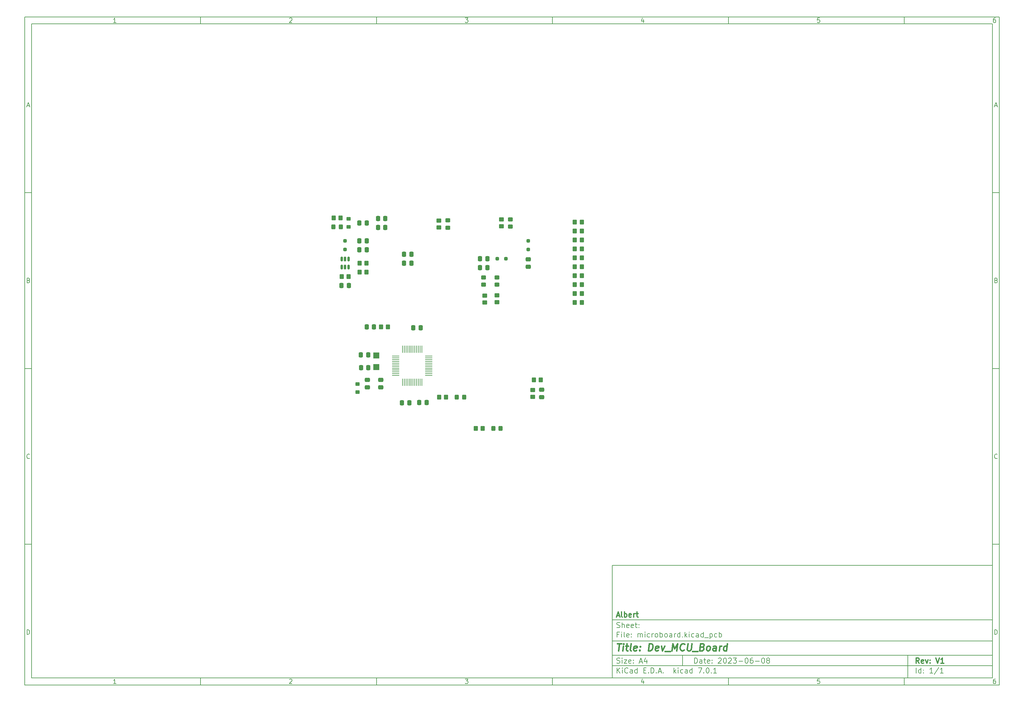
<source format=gbr>
%TF.GenerationSoftware,KiCad,Pcbnew,7.0.1*%
%TF.CreationDate,2023-06-08T18:04:28+02:00*%
%TF.ProjectId,microboard,6d696372-6f62-46f6-9172-642e6b696361,V1*%
%TF.SameCoordinates,Original*%
%TF.FileFunction,Paste,Top*%
%TF.FilePolarity,Positive*%
%FSLAX46Y46*%
G04 Gerber Fmt 4.6, Leading zero omitted, Abs format (unit mm)*
G04 Created by KiCad (PCBNEW 7.0.1) date 2023-06-08 18:04:28*
%MOMM*%
%LPD*%
G01*
G04 APERTURE LIST*
G04 Aperture macros list*
%AMRoundRect*
0 Rectangle with rounded corners*
0 $1 Rounding radius*
0 $2 $3 $4 $5 $6 $7 $8 $9 X,Y pos of 4 corners*
0 Add a 4 corners polygon primitive as box body*
4,1,4,$2,$3,$4,$5,$6,$7,$8,$9,$2,$3,0*
0 Add four circle primitives for the rounded corners*
1,1,$1+$1,$2,$3*
1,1,$1+$1,$4,$5*
1,1,$1+$1,$6,$7*
1,1,$1+$1,$8,$9*
0 Add four rect primitives between the rounded corners*
20,1,$1+$1,$2,$3,$4,$5,0*
20,1,$1+$1,$4,$5,$6,$7,0*
20,1,$1+$1,$6,$7,$8,$9,0*
20,1,$1+$1,$8,$9,$2,$3,0*%
G04 Aperture macros list end*
%ADD10C,0.100000*%
%ADD11C,0.150000*%
%ADD12C,0.300000*%
%ADD13C,0.400000*%
%ADD14RoundRect,0.250000X-0.350000X0.275000X-0.350000X-0.275000X0.350000X-0.275000X0.350000X0.275000X0*%
%ADD15R,2.000000X0.250000*%
%ADD16R,0.250000X2.000000*%
%ADD17RoundRect,0.250000X-0.450000X0.350000X-0.450000X-0.350000X0.450000X-0.350000X0.450000X0.350000X0*%
%ADD18RoundRect,0.250000X-0.337500X-0.475000X0.337500X-0.475000X0.337500X0.475000X-0.337500X0.475000X0*%
%ADD19RoundRect,0.250000X-0.350000X-0.450000X0.350000X-0.450000X0.350000X0.450000X-0.350000X0.450000X0*%
%ADD20RoundRect,0.250000X-0.250000X0.250000X-0.250000X-0.250000X0.250000X-0.250000X0.250000X0.250000X0*%
%ADD21RoundRect,0.250000X0.350000X0.450000X-0.350000X0.450000X-0.350000X-0.450000X0.350000X-0.450000X0*%
%ADD22RoundRect,0.250000X-0.475000X0.337500X-0.475000X-0.337500X0.475000X-0.337500X0.475000X0.337500X0*%
%ADD23RoundRect,0.250000X0.325000X0.450000X-0.325000X0.450000X-0.325000X-0.450000X0.325000X-0.450000X0*%
%ADD24RoundRect,0.150000X0.150000X-0.512500X0.150000X0.512500X-0.150000X0.512500X-0.150000X-0.512500X0*%
%ADD25RoundRect,0.250000X0.337500X0.475000X-0.337500X0.475000X-0.337500X-0.475000X0.337500X-0.475000X0*%
%ADD26RoundRect,0.250000X0.350000X-0.275000X0.350000X0.275000X-0.350000X0.275000X-0.350000X-0.275000X0*%
%ADD27RoundRect,0.250000X0.250000X-0.250000X0.250000X0.250000X-0.250000X0.250000X-0.250000X-0.250000X0*%
%ADD28RoundRect,0.250000X0.450000X-0.325000X0.450000X0.325000X-0.450000X0.325000X-0.450000X-0.325000X0*%
%ADD29RoundRect,0.250000X0.250000X0.250000X-0.250000X0.250000X-0.250000X-0.250000X0.250000X-0.250000X0*%
%ADD30R,1.800000X1.750000*%
%ADD31RoundRect,0.250000X0.450000X-0.350000X0.450000X0.350000X-0.450000X0.350000X-0.450000X-0.350000X0*%
%ADD32RoundRect,0.250000X-0.450000X0.325000X-0.450000X-0.325000X0.450000X-0.325000X0.450000X0.325000X0*%
%ADD33RoundRect,0.250000X0.475000X-0.337500X0.475000X0.337500X-0.475000X0.337500X-0.475000X-0.337500X0*%
%ADD34RoundRect,0.250000X-0.325000X-0.450000X0.325000X-0.450000X0.325000X0.450000X-0.325000X0.450000X0*%
G04 APERTURE END LIST*
D10*
D11*
X177002200Y-166007200D02*
X285002200Y-166007200D01*
X285002200Y-198007200D01*
X177002200Y-198007200D01*
X177002200Y-166007200D01*
D10*
D11*
X10000000Y-10000000D02*
X287002200Y-10000000D01*
X287002200Y-200007200D01*
X10000000Y-200007200D01*
X10000000Y-10000000D01*
D10*
D11*
X12000000Y-12000000D02*
X285002200Y-12000000D01*
X285002200Y-198007200D01*
X12000000Y-198007200D01*
X12000000Y-12000000D01*
D10*
D11*
X60000000Y-12000000D02*
X60000000Y-10000000D01*
D10*
D11*
X110000000Y-12000000D02*
X110000000Y-10000000D01*
D10*
D11*
X160000000Y-12000000D02*
X160000000Y-10000000D01*
D10*
D11*
X210000000Y-12000000D02*
X210000000Y-10000000D01*
D10*
D11*
X260000000Y-12000000D02*
X260000000Y-10000000D01*
D10*
D11*
X35990476Y-11601404D02*
X35247619Y-11601404D01*
X35619047Y-11601404D02*
X35619047Y-10301404D01*
X35619047Y-10301404D02*
X35495238Y-10487119D01*
X35495238Y-10487119D02*
X35371428Y-10610928D01*
X35371428Y-10610928D02*
X35247619Y-10672833D01*
D10*
D11*
X85247619Y-10425214D02*
X85309523Y-10363309D01*
X85309523Y-10363309D02*
X85433333Y-10301404D01*
X85433333Y-10301404D02*
X85742857Y-10301404D01*
X85742857Y-10301404D02*
X85866666Y-10363309D01*
X85866666Y-10363309D02*
X85928571Y-10425214D01*
X85928571Y-10425214D02*
X85990476Y-10549023D01*
X85990476Y-10549023D02*
X85990476Y-10672833D01*
X85990476Y-10672833D02*
X85928571Y-10858547D01*
X85928571Y-10858547D02*
X85185714Y-11601404D01*
X85185714Y-11601404D02*
X85990476Y-11601404D01*
D10*
D11*
X135185714Y-10301404D02*
X135990476Y-10301404D01*
X135990476Y-10301404D02*
X135557142Y-10796642D01*
X135557142Y-10796642D02*
X135742857Y-10796642D01*
X135742857Y-10796642D02*
X135866666Y-10858547D01*
X135866666Y-10858547D02*
X135928571Y-10920452D01*
X135928571Y-10920452D02*
X135990476Y-11044261D01*
X135990476Y-11044261D02*
X135990476Y-11353785D01*
X135990476Y-11353785D02*
X135928571Y-11477595D01*
X135928571Y-11477595D02*
X135866666Y-11539500D01*
X135866666Y-11539500D02*
X135742857Y-11601404D01*
X135742857Y-11601404D02*
X135371428Y-11601404D01*
X135371428Y-11601404D02*
X135247619Y-11539500D01*
X135247619Y-11539500D02*
X135185714Y-11477595D01*
D10*
D11*
X185866666Y-10734738D02*
X185866666Y-11601404D01*
X185557142Y-10239500D02*
X185247619Y-11168071D01*
X185247619Y-11168071D02*
X186052380Y-11168071D01*
D10*
D11*
X235928571Y-10301404D02*
X235309523Y-10301404D01*
X235309523Y-10301404D02*
X235247619Y-10920452D01*
X235247619Y-10920452D02*
X235309523Y-10858547D01*
X235309523Y-10858547D02*
X235433333Y-10796642D01*
X235433333Y-10796642D02*
X235742857Y-10796642D01*
X235742857Y-10796642D02*
X235866666Y-10858547D01*
X235866666Y-10858547D02*
X235928571Y-10920452D01*
X235928571Y-10920452D02*
X235990476Y-11044261D01*
X235990476Y-11044261D02*
X235990476Y-11353785D01*
X235990476Y-11353785D02*
X235928571Y-11477595D01*
X235928571Y-11477595D02*
X235866666Y-11539500D01*
X235866666Y-11539500D02*
X235742857Y-11601404D01*
X235742857Y-11601404D02*
X235433333Y-11601404D01*
X235433333Y-11601404D02*
X235309523Y-11539500D01*
X235309523Y-11539500D02*
X235247619Y-11477595D01*
D10*
D11*
X285866666Y-10301404D02*
X285619047Y-10301404D01*
X285619047Y-10301404D02*
X285495238Y-10363309D01*
X285495238Y-10363309D02*
X285433333Y-10425214D01*
X285433333Y-10425214D02*
X285309523Y-10610928D01*
X285309523Y-10610928D02*
X285247619Y-10858547D01*
X285247619Y-10858547D02*
X285247619Y-11353785D01*
X285247619Y-11353785D02*
X285309523Y-11477595D01*
X285309523Y-11477595D02*
X285371428Y-11539500D01*
X285371428Y-11539500D02*
X285495238Y-11601404D01*
X285495238Y-11601404D02*
X285742857Y-11601404D01*
X285742857Y-11601404D02*
X285866666Y-11539500D01*
X285866666Y-11539500D02*
X285928571Y-11477595D01*
X285928571Y-11477595D02*
X285990476Y-11353785D01*
X285990476Y-11353785D02*
X285990476Y-11044261D01*
X285990476Y-11044261D02*
X285928571Y-10920452D01*
X285928571Y-10920452D02*
X285866666Y-10858547D01*
X285866666Y-10858547D02*
X285742857Y-10796642D01*
X285742857Y-10796642D02*
X285495238Y-10796642D01*
X285495238Y-10796642D02*
X285371428Y-10858547D01*
X285371428Y-10858547D02*
X285309523Y-10920452D01*
X285309523Y-10920452D02*
X285247619Y-11044261D01*
D10*
D11*
X60000000Y-198007200D02*
X60000000Y-200007200D01*
D10*
D11*
X110000000Y-198007200D02*
X110000000Y-200007200D01*
D10*
D11*
X160000000Y-198007200D02*
X160000000Y-200007200D01*
D10*
D11*
X210000000Y-198007200D02*
X210000000Y-200007200D01*
D10*
D11*
X260000000Y-198007200D02*
X260000000Y-200007200D01*
D10*
D11*
X35990476Y-199608604D02*
X35247619Y-199608604D01*
X35619047Y-199608604D02*
X35619047Y-198308604D01*
X35619047Y-198308604D02*
X35495238Y-198494319D01*
X35495238Y-198494319D02*
X35371428Y-198618128D01*
X35371428Y-198618128D02*
X35247619Y-198680033D01*
D10*
D11*
X85247619Y-198432414D02*
X85309523Y-198370509D01*
X85309523Y-198370509D02*
X85433333Y-198308604D01*
X85433333Y-198308604D02*
X85742857Y-198308604D01*
X85742857Y-198308604D02*
X85866666Y-198370509D01*
X85866666Y-198370509D02*
X85928571Y-198432414D01*
X85928571Y-198432414D02*
X85990476Y-198556223D01*
X85990476Y-198556223D02*
X85990476Y-198680033D01*
X85990476Y-198680033D02*
X85928571Y-198865747D01*
X85928571Y-198865747D02*
X85185714Y-199608604D01*
X85185714Y-199608604D02*
X85990476Y-199608604D01*
D10*
D11*
X135185714Y-198308604D02*
X135990476Y-198308604D01*
X135990476Y-198308604D02*
X135557142Y-198803842D01*
X135557142Y-198803842D02*
X135742857Y-198803842D01*
X135742857Y-198803842D02*
X135866666Y-198865747D01*
X135866666Y-198865747D02*
X135928571Y-198927652D01*
X135928571Y-198927652D02*
X135990476Y-199051461D01*
X135990476Y-199051461D02*
X135990476Y-199360985D01*
X135990476Y-199360985D02*
X135928571Y-199484795D01*
X135928571Y-199484795D02*
X135866666Y-199546700D01*
X135866666Y-199546700D02*
X135742857Y-199608604D01*
X135742857Y-199608604D02*
X135371428Y-199608604D01*
X135371428Y-199608604D02*
X135247619Y-199546700D01*
X135247619Y-199546700D02*
X135185714Y-199484795D01*
D10*
D11*
X185866666Y-198741938D02*
X185866666Y-199608604D01*
X185557142Y-198246700D02*
X185247619Y-199175271D01*
X185247619Y-199175271D02*
X186052380Y-199175271D01*
D10*
D11*
X235928571Y-198308604D02*
X235309523Y-198308604D01*
X235309523Y-198308604D02*
X235247619Y-198927652D01*
X235247619Y-198927652D02*
X235309523Y-198865747D01*
X235309523Y-198865747D02*
X235433333Y-198803842D01*
X235433333Y-198803842D02*
X235742857Y-198803842D01*
X235742857Y-198803842D02*
X235866666Y-198865747D01*
X235866666Y-198865747D02*
X235928571Y-198927652D01*
X235928571Y-198927652D02*
X235990476Y-199051461D01*
X235990476Y-199051461D02*
X235990476Y-199360985D01*
X235990476Y-199360985D02*
X235928571Y-199484795D01*
X235928571Y-199484795D02*
X235866666Y-199546700D01*
X235866666Y-199546700D02*
X235742857Y-199608604D01*
X235742857Y-199608604D02*
X235433333Y-199608604D01*
X235433333Y-199608604D02*
X235309523Y-199546700D01*
X235309523Y-199546700D02*
X235247619Y-199484795D01*
D10*
D11*
X285866666Y-198308604D02*
X285619047Y-198308604D01*
X285619047Y-198308604D02*
X285495238Y-198370509D01*
X285495238Y-198370509D02*
X285433333Y-198432414D01*
X285433333Y-198432414D02*
X285309523Y-198618128D01*
X285309523Y-198618128D02*
X285247619Y-198865747D01*
X285247619Y-198865747D02*
X285247619Y-199360985D01*
X285247619Y-199360985D02*
X285309523Y-199484795D01*
X285309523Y-199484795D02*
X285371428Y-199546700D01*
X285371428Y-199546700D02*
X285495238Y-199608604D01*
X285495238Y-199608604D02*
X285742857Y-199608604D01*
X285742857Y-199608604D02*
X285866666Y-199546700D01*
X285866666Y-199546700D02*
X285928571Y-199484795D01*
X285928571Y-199484795D02*
X285990476Y-199360985D01*
X285990476Y-199360985D02*
X285990476Y-199051461D01*
X285990476Y-199051461D02*
X285928571Y-198927652D01*
X285928571Y-198927652D02*
X285866666Y-198865747D01*
X285866666Y-198865747D02*
X285742857Y-198803842D01*
X285742857Y-198803842D02*
X285495238Y-198803842D01*
X285495238Y-198803842D02*
X285371428Y-198865747D01*
X285371428Y-198865747D02*
X285309523Y-198927652D01*
X285309523Y-198927652D02*
X285247619Y-199051461D01*
D10*
D11*
X10000000Y-60000000D02*
X12000000Y-60000000D01*
D10*
D11*
X10000000Y-110000000D02*
X12000000Y-110000000D01*
D10*
D11*
X10000000Y-160000000D02*
X12000000Y-160000000D01*
D10*
D11*
X10690476Y-35229976D02*
X11309523Y-35229976D01*
X10566666Y-35601404D02*
X10999999Y-34301404D01*
X10999999Y-34301404D02*
X11433333Y-35601404D01*
D10*
D11*
X11092857Y-84920452D02*
X11278571Y-84982357D01*
X11278571Y-84982357D02*
X11340476Y-85044261D01*
X11340476Y-85044261D02*
X11402380Y-85168071D01*
X11402380Y-85168071D02*
X11402380Y-85353785D01*
X11402380Y-85353785D02*
X11340476Y-85477595D01*
X11340476Y-85477595D02*
X11278571Y-85539500D01*
X11278571Y-85539500D02*
X11154761Y-85601404D01*
X11154761Y-85601404D02*
X10659523Y-85601404D01*
X10659523Y-85601404D02*
X10659523Y-84301404D01*
X10659523Y-84301404D02*
X11092857Y-84301404D01*
X11092857Y-84301404D02*
X11216666Y-84363309D01*
X11216666Y-84363309D02*
X11278571Y-84425214D01*
X11278571Y-84425214D02*
X11340476Y-84549023D01*
X11340476Y-84549023D02*
X11340476Y-84672833D01*
X11340476Y-84672833D02*
X11278571Y-84796642D01*
X11278571Y-84796642D02*
X11216666Y-84858547D01*
X11216666Y-84858547D02*
X11092857Y-84920452D01*
X11092857Y-84920452D02*
X10659523Y-84920452D01*
D10*
D11*
X11402380Y-135477595D02*
X11340476Y-135539500D01*
X11340476Y-135539500D02*
X11154761Y-135601404D01*
X11154761Y-135601404D02*
X11030952Y-135601404D01*
X11030952Y-135601404D02*
X10845238Y-135539500D01*
X10845238Y-135539500D02*
X10721428Y-135415690D01*
X10721428Y-135415690D02*
X10659523Y-135291880D01*
X10659523Y-135291880D02*
X10597619Y-135044261D01*
X10597619Y-135044261D02*
X10597619Y-134858547D01*
X10597619Y-134858547D02*
X10659523Y-134610928D01*
X10659523Y-134610928D02*
X10721428Y-134487119D01*
X10721428Y-134487119D02*
X10845238Y-134363309D01*
X10845238Y-134363309D02*
X11030952Y-134301404D01*
X11030952Y-134301404D02*
X11154761Y-134301404D01*
X11154761Y-134301404D02*
X11340476Y-134363309D01*
X11340476Y-134363309D02*
X11402380Y-134425214D01*
D10*
D11*
X10659523Y-185601404D02*
X10659523Y-184301404D01*
X10659523Y-184301404D02*
X10969047Y-184301404D01*
X10969047Y-184301404D02*
X11154761Y-184363309D01*
X11154761Y-184363309D02*
X11278571Y-184487119D01*
X11278571Y-184487119D02*
X11340476Y-184610928D01*
X11340476Y-184610928D02*
X11402380Y-184858547D01*
X11402380Y-184858547D02*
X11402380Y-185044261D01*
X11402380Y-185044261D02*
X11340476Y-185291880D01*
X11340476Y-185291880D02*
X11278571Y-185415690D01*
X11278571Y-185415690D02*
X11154761Y-185539500D01*
X11154761Y-185539500D02*
X10969047Y-185601404D01*
X10969047Y-185601404D02*
X10659523Y-185601404D01*
D10*
D11*
X287002200Y-60000000D02*
X285002200Y-60000000D01*
D10*
D11*
X287002200Y-110000000D02*
X285002200Y-110000000D01*
D10*
D11*
X287002200Y-160000000D02*
X285002200Y-160000000D01*
D10*
D11*
X285692676Y-35229976D02*
X286311723Y-35229976D01*
X285568866Y-35601404D02*
X286002199Y-34301404D01*
X286002199Y-34301404D02*
X286435533Y-35601404D01*
D10*
D11*
X286095057Y-84920452D02*
X286280771Y-84982357D01*
X286280771Y-84982357D02*
X286342676Y-85044261D01*
X286342676Y-85044261D02*
X286404580Y-85168071D01*
X286404580Y-85168071D02*
X286404580Y-85353785D01*
X286404580Y-85353785D02*
X286342676Y-85477595D01*
X286342676Y-85477595D02*
X286280771Y-85539500D01*
X286280771Y-85539500D02*
X286156961Y-85601404D01*
X286156961Y-85601404D02*
X285661723Y-85601404D01*
X285661723Y-85601404D02*
X285661723Y-84301404D01*
X285661723Y-84301404D02*
X286095057Y-84301404D01*
X286095057Y-84301404D02*
X286218866Y-84363309D01*
X286218866Y-84363309D02*
X286280771Y-84425214D01*
X286280771Y-84425214D02*
X286342676Y-84549023D01*
X286342676Y-84549023D02*
X286342676Y-84672833D01*
X286342676Y-84672833D02*
X286280771Y-84796642D01*
X286280771Y-84796642D02*
X286218866Y-84858547D01*
X286218866Y-84858547D02*
X286095057Y-84920452D01*
X286095057Y-84920452D02*
X285661723Y-84920452D01*
D10*
D11*
X286404580Y-135477595D02*
X286342676Y-135539500D01*
X286342676Y-135539500D02*
X286156961Y-135601404D01*
X286156961Y-135601404D02*
X286033152Y-135601404D01*
X286033152Y-135601404D02*
X285847438Y-135539500D01*
X285847438Y-135539500D02*
X285723628Y-135415690D01*
X285723628Y-135415690D02*
X285661723Y-135291880D01*
X285661723Y-135291880D02*
X285599819Y-135044261D01*
X285599819Y-135044261D02*
X285599819Y-134858547D01*
X285599819Y-134858547D02*
X285661723Y-134610928D01*
X285661723Y-134610928D02*
X285723628Y-134487119D01*
X285723628Y-134487119D02*
X285847438Y-134363309D01*
X285847438Y-134363309D02*
X286033152Y-134301404D01*
X286033152Y-134301404D02*
X286156961Y-134301404D01*
X286156961Y-134301404D02*
X286342676Y-134363309D01*
X286342676Y-134363309D02*
X286404580Y-134425214D01*
D10*
D11*
X285661723Y-185601404D02*
X285661723Y-184301404D01*
X285661723Y-184301404D02*
X285971247Y-184301404D01*
X285971247Y-184301404D02*
X286156961Y-184363309D01*
X286156961Y-184363309D02*
X286280771Y-184487119D01*
X286280771Y-184487119D02*
X286342676Y-184610928D01*
X286342676Y-184610928D02*
X286404580Y-184858547D01*
X286404580Y-184858547D02*
X286404580Y-185044261D01*
X286404580Y-185044261D02*
X286342676Y-185291880D01*
X286342676Y-185291880D02*
X286280771Y-185415690D01*
X286280771Y-185415690D02*
X286156961Y-185539500D01*
X286156961Y-185539500D02*
X285971247Y-185601404D01*
X285971247Y-185601404D02*
X285661723Y-185601404D01*
D10*
D11*
X200359342Y-193801128D02*
X200359342Y-192301128D01*
X200359342Y-192301128D02*
X200716485Y-192301128D01*
X200716485Y-192301128D02*
X200930771Y-192372557D01*
X200930771Y-192372557D02*
X201073628Y-192515414D01*
X201073628Y-192515414D02*
X201145057Y-192658271D01*
X201145057Y-192658271D02*
X201216485Y-192943985D01*
X201216485Y-192943985D02*
X201216485Y-193158271D01*
X201216485Y-193158271D02*
X201145057Y-193443985D01*
X201145057Y-193443985D02*
X201073628Y-193586842D01*
X201073628Y-193586842D02*
X200930771Y-193729700D01*
X200930771Y-193729700D02*
X200716485Y-193801128D01*
X200716485Y-193801128D02*
X200359342Y-193801128D01*
X202502200Y-193801128D02*
X202502200Y-193015414D01*
X202502200Y-193015414D02*
X202430771Y-192872557D01*
X202430771Y-192872557D02*
X202287914Y-192801128D01*
X202287914Y-192801128D02*
X202002200Y-192801128D01*
X202002200Y-192801128D02*
X201859342Y-192872557D01*
X202502200Y-193729700D02*
X202359342Y-193801128D01*
X202359342Y-193801128D02*
X202002200Y-193801128D01*
X202002200Y-193801128D02*
X201859342Y-193729700D01*
X201859342Y-193729700D02*
X201787914Y-193586842D01*
X201787914Y-193586842D02*
X201787914Y-193443985D01*
X201787914Y-193443985D02*
X201859342Y-193301128D01*
X201859342Y-193301128D02*
X202002200Y-193229700D01*
X202002200Y-193229700D02*
X202359342Y-193229700D01*
X202359342Y-193229700D02*
X202502200Y-193158271D01*
X203002200Y-192801128D02*
X203573628Y-192801128D01*
X203216485Y-192301128D02*
X203216485Y-193586842D01*
X203216485Y-193586842D02*
X203287914Y-193729700D01*
X203287914Y-193729700D02*
X203430771Y-193801128D01*
X203430771Y-193801128D02*
X203573628Y-193801128D01*
X204645057Y-193729700D02*
X204502200Y-193801128D01*
X204502200Y-193801128D02*
X204216486Y-193801128D01*
X204216486Y-193801128D02*
X204073628Y-193729700D01*
X204073628Y-193729700D02*
X204002200Y-193586842D01*
X204002200Y-193586842D02*
X204002200Y-193015414D01*
X204002200Y-193015414D02*
X204073628Y-192872557D01*
X204073628Y-192872557D02*
X204216486Y-192801128D01*
X204216486Y-192801128D02*
X204502200Y-192801128D01*
X204502200Y-192801128D02*
X204645057Y-192872557D01*
X204645057Y-192872557D02*
X204716486Y-193015414D01*
X204716486Y-193015414D02*
X204716486Y-193158271D01*
X204716486Y-193158271D02*
X204002200Y-193301128D01*
X205359342Y-193658271D02*
X205430771Y-193729700D01*
X205430771Y-193729700D02*
X205359342Y-193801128D01*
X205359342Y-193801128D02*
X205287914Y-193729700D01*
X205287914Y-193729700D02*
X205359342Y-193658271D01*
X205359342Y-193658271D02*
X205359342Y-193801128D01*
X205359342Y-192872557D02*
X205430771Y-192943985D01*
X205430771Y-192943985D02*
X205359342Y-193015414D01*
X205359342Y-193015414D02*
X205287914Y-192943985D01*
X205287914Y-192943985D02*
X205359342Y-192872557D01*
X205359342Y-192872557D02*
X205359342Y-193015414D01*
X207145057Y-192443985D02*
X207216485Y-192372557D01*
X207216485Y-192372557D02*
X207359343Y-192301128D01*
X207359343Y-192301128D02*
X207716485Y-192301128D01*
X207716485Y-192301128D02*
X207859343Y-192372557D01*
X207859343Y-192372557D02*
X207930771Y-192443985D01*
X207930771Y-192443985D02*
X208002200Y-192586842D01*
X208002200Y-192586842D02*
X208002200Y-192729700D01*
X208002200Y-192729700D02*
X207930771Y-192943985D01*
X207930771Y-192943985D02*
X207073628Y-193801128D01*
X207073628Y-193801128D02*
X208002200Y-193801128D01*
X208930771Y-192301128D02*
X209073628Y-192301128D01*
X209073628Y-192301128D02*
X209216485Y-192372557D01*
X209216485Y-192372557D02*
X209287914Y-192443985D01*
X209287914Y-192443985D02*
X209359342Y-192586842D01*
X209359342Y-192586842D02*
X209430771Y-192872557D01*
X209430771Y-192872557D02*
X209430771Y-193229700D01*
X209430771Y-193229700D02*
X209359342Y-193515414D01*
X209359342Y-193515414D02*
X209287914Y-193658271D01*
X209287914Y-193658271D02*
X209216485Y-193729700D01*
X209216485Y-193729700D02*
X209073628Y-193801128D01*
X209073628Y-193801128D02*
X208930771Y-193801128D01*
X208930771Y-193801128D02*
X208787914Y-193729700D01*
X208787914Y-193729700D02*
X208716485Y-193658271D01*
X208716485Y-193658271D02*
X208645056Y-193515414D01*
X208645056Y-193515414D02*
X208573628Y-193229700D01*
X208573628Y-193229700D02*
X208573628Y-192872557D01*
X208573628Y-192872557D02*
X208645056Y-192586842D01*
X208645056Y-192586842D02*
X208716485Y-192443985D01*
X208716485Y-192443985D02*
X208787914Y-192372557D01*
X208787914Y-192372557D02*
X208930771Y-192301128D01*
X210002199Y-192443985D02*
X210073627Y-192372557D01*
X210073627Y-192372557D02*
X210216485Y-192301128D01*
X210216485Y-192301128D02*
X210573627Y-192301128D01*
X210573627Y-192301128D02*
X210716485Y-192372557D01*
X210716485Y-192372557D02*
X210787913Y-192443985D01*
X210787913Y-192443985D02*
X210859342Y-192586842D01*
X210859342Y-192586842D02*
X210859342Y-192729700D01*
X210859342Y-192729700D02*
X210787913Y-192943985D01*
X210787913Y-192943985D02*
X209930770Y-193801128D01*
X209930770Y-193801128D02*
X210859342Y-193801128D01*
X211359341Y-192301128D02*
X212287913Y-192301128D01*
X212287913Y-192301128D02*
X211787913Y-192872557D01*
X211787913Y-192872557D02*
X212002198Y-192872557D01*
X212002198Y-192872557D02*
X212145056Y-192943985D01*
X212145056Y-192943985D02*
X212216484Y-193015414D01*
X212216484Y-193015414D02*
X212287913Y-193158271D01*
X212287913Y-193158271D02*
X212287913Y-193515414D01*
X212287913Y-193515414D02*
X212216484Y-193658271D01*
X212216484Y-193658271D02*
X212145056Y-193729700D01*
X212145056Y-193729700D02*
X212002198Y-193801128D01*
X212002198Y-193801128D02*
X211573627Y-193801128D01*
X211573627Y-193801128D02*
X211430770Y-193729700D01*
X211430770Y-193729700D02*
X211359341Y-193658271D01*
X212930769Y-193229700D02*
X214073627Y-193229700D01*
X215073627Y-192301128D02*
X215216484Y-192301128D01*
X215216484Y-192301128D02*
X215359341Y-192372557D01*
X215359341Y-192372557D02*
X215430770Y-192443985D01*
X215430770Y-192443985D02*
X215502198Y-192586842D01*
X215502198Y-192586842D02*
X215573627Y-192872557D01*
X215573627Y-192872557D02*
X215573627Y-193229700D01*
X215573627Y-193229700D02*
X215502198Y-193515414D01*
X215502198Y-193515414D02*
X215430770Y-193658271D01*
X215430770Y-193658271D02*
X215359341Y-193729700D01*
X215359341Y-193729700D02*
X215216484Y-193801128D01*
X215216484Y-193801128D02*
X215073627Y-193801128D01*
X215073627Y-193801128D02*
X214930770Y-193729700D01*
X214930770Y-193729700D02*
X214859341Y-193658271D01*
X214859341Y-193658271D02*
X214787912Y-193515414D01*
X214787912Y-193515414D02*
X214716484Y-193229700D01*
X214716484Y-193229700D02*
X214716484Y-192872557D01*
X214716484Y-192872557D02*
X214787912Y-192586842D01*
X214787912Y-192586842D02*
X214859341Y-192443985D01*
X214859341Y-192443985D02*
X214930770Y-192372557D01*
X214930770Y-192372557D02*
X215073627Y-192301128D01*
X216859341Y-192301128D02*
X216573626Y-192301128D01*
X216573626Y-192301128D02*
X216430769Y-192372557D01*
X216430769Y-192372557D02*
X216359341Y-192443985D01*
X216359341Y-192443985D02*
X216216483Y-192658271D01*
X216216483Y-192658271D02*
X216145055Y-192943985D01*
X216145055Y-192943985D02*
X216145055Y-193515414D01*
X216145055Y-193515414D02*
X216216483Y-193658271D01*
X216216483Y-193658271D02*
X216287912Y-193729700D01*
X216287912Y-193729700D02*
X216430769Y-193801128D01*
X216430769Y-193801128D02*
X216716483Y-193801128D01*
X216716483Y-193801128D02*
X216859341Y-193729700D01*
X216859341Y-193729700D02*
X216930769Y-193658271D01*
X216930769Y-193658271D02*
X217002198Y-193515414D01*
X217002198Y-193515414D02*
X217002198Y-193158271D01*
X217002198Y-193158271D02*
X216930769Y-193015414D01*
X216930769Y-193015414D02*
X216859341Y-192943985D01*
X216859341Y-192943985D02*
X216716483Y-192872557D01*
X216716483Y-192872557D02*
X216430769Y-192872557D01*
X216430769Y-192872557D02*
X216287912Y-192943985D01*
X216287912Y-192943985D02*
X216216483Y-193015414D01*
X216216483Y-193015414D02*
X216145055Y-193158271D01*
X217645054Y-193229700D02*
X218787912Y-193229700D01*
X219787912Y-192301128D02*
X219930769Y-192301128D01*
X219930769Y-192301128D02*
X220073626Y-192372557D01*
X220073626Y-192372557D02*
X220145055Y-192443985D01*
X220145055Y-192443985D02*
X220216483Y-192586842D01*
X220216483Y-192586842D02*
X220287912Y-192872557D01*
X220287912Y-192872557D02*
X220287912Y-193229700D01*
X220287912Y-193229700D02*
X220216483Y-193515414D01*
X220216483Y-193515414D02*
X220145055Y-193658271D01*
X220145055Y-193658271D02*
X220073626Y-193729700D01*
X220073626Y-193729700D02*
X219930769Y-193801128D01*
X219930769Y-193801128D02*
X219787912Y-193801128D01*
X219787912Y-193801128D02*
X219645055Y-193729700D01*
X219645055Y-193729700D02*
X219573626Y-193658271D01*
X219573626Y-193658271D02*
X219502197Y-193515414D01*
X219502197Y-193515414D02*
X219430769Y-193229700D01*
X219430769Y-193229700D02*
X219430769Y-192872557D01*
X219430769Y-192872557D02*
X219502197Y-192586842D01*
X219502197Y-192586842D02*
X219573626Y-192443985D01*
X219573626Y-192443985D02*
X219645055Y-192372557D01*
X219645055Y-192372557D02*
X219787912Y-192301128D01*
X221145054Y-192943985D02*
X221002197Y-192872557D01*
X221002197Y-192872557D02*
X220930768Y-192801128D01*
X220930768Y-192801128D02*
X220859340Y-192658271D01*
X220859340Y-192658271D02*
X220859340Y-192586842D01*
X220859340Y-192586842D02*
X220930768Y-192443985D01*
X220930768Y-192443985D02*
X221002197Y-192372557D01*
X221002197Y-192372557D02*
X221145054Y-192301128D01*
X221145054Y-192301128D02*
X221430768Y-192301128D01*
X221430768Y-192301128D02*
X221573626Y-192372557D01*
X221573626Y-192372557D02*
X221645054Y-192443985D01*
X221645054Y-192443985D02*
X221716483Y-192586842D01*
X221716483Y-192586842D02*
X221716483Y-192658271D01*
X221716483Y-192658271D02*
X221645054Y-192801128D01*
X221645054Y-192801128D02*
X221573626Y-192872557D01*
X221573626Y-192872557D02*
X221430768Y-192943985D01*
X221430768Y-192943985D02*
X221145054Y-192943985D01*
X221145054Y-192943985D02*
X221002197Y-193015414D01*
X221002197Y-193015414D02*
X220930768Y-193086842D01*
X220930768Y-193086842D02*
X220859340Y-193229700D01*
X220859340Y-193229700D02*
X220859340Y-193515414D01*
X220859340Y-193515414D02*
X220930768Y-193658271D01*
X220930768Y-193658271D02*
X221002197Y-193729700D01*
X221002197Y-193729700D02*
X221145054Y-193801128D01*
X221145054Y-193801128D02*
X221430768Y-193801128D01*
X221430768Y-193801128D02*
X221573626Y-193729700D01*
X221573626Y-193729700D02*
X221645054Y-193658271D01*
X221645054Y-193658271D02*
X221716483Y-193515414D01*
X221716483Y-193515414D02*
X221716483Y-193229700D01*
X221716483Y-193229700D02*
X221645054Y-193086842D01*
X221645054Y-193086842D02*
X221573626Y-193015414D01*
X221573626Y-193015414D02*
X221430768Y-192943985D01*
D10*
D11*
X177002200Y-194507200D02*
X285002200Y-194507200D01*
D10*
D11*
X178359342Y-196601128D02*
X178359342Y-195101128D01*
X179216485Y-196601128D02*
X178573628Y-195743985D01*
X179216485Y-195101128D02*
X178359342Y-195958271D01*
X179859342Y-196601128D02*
X179859342Y-195601128D01*
X179859342Y-195101128D02*
X179787914Y-195172557D01*
X179787914Y-195172557D02*
X179859342Y-195243985D01*
X179859342Y-195243985D02*
X179930771Y-195172557D01*
X179930771Y-195172557D02*
X179859342Y-195101128D01*
X179859342Y-195101128D02*
X179859342Y-195243985D01*
X181430771Y-196458271D02*
X181359343Y-196529700D01*
X181359343Y-196529700D02*
X181145057Y-196601128D01*
X181145057Y-196601128D02*
X181002200Y-196601128D01*
X181002200Y-196601128D02*
X180787914Y-196529700D01*
X180787914Y-196529700D02*
X180645057Y-196386842D01*
X180645057Y-196386842D02*
X180573628Y-196243985D01*
X180573628Y-196243985D02*
X180502200Y-195958271D01*
X180502200Y-195958271D02*
X180502200Y-195743985D01*
X180502200Y-195743985D02*
X180573628Y-195458271D01*
X180573628Y-195458271D02*
X180645057Y-195315414D01*
X180645057Y-195315414D02*
X180787914Y-195172557D01*
X180787914Y-195172557D02*
X181002200Y-195101128D01*
X181002200Y-195101128D02*
X181145057Y-195101128D01*
X181145057Y-195101128D02*
X181359343Y-195172557D01*
X181359343Y-195172557D02*
X181430771Y-195243985D01*
X182716486Y-196601128D02*
X182716486Y-195815414D01*
X182716486Y-195815414D02*
X182645057Y-195672557D01*
X182645057Y-195672557D02*
X182502200Y-195601128D01*
X182502200Y-195601128D02*
X182216486Y-195601128D01*
X182216486Y-195601128D02*
X182073628Y-195672557D01*
X182716486Y-196529700D02*
X182573628Y-196601128D01*
X182573628Y-196601128D02*
X182216486Y-196601128D01*
X182216486Y-196601128D02*
X182073628Y-196529700D01*
X182073628Y-196529700D02*
X182002200Y-196386842D01*
X182002200Y-196386842D02*
X182002200Y-196243985D01*
X182002200Y-196243985D02*
X182073628Y-196101128D01*
X182073628Y-196101128D02*
X182216486Y-196029700D01*
X182216486Y-196029700D02*
X182573628Y-196029700D01*
X182573628Y-196029700D02*
X182716486Y-195958271D01*
X184073629Y-196601128D02*
X184073629Y-195101128D01*
X184073629Y-196529700D02*
X183930771Y-196601128D01*
X183930771Y-196601128D02*
X183645057Y-196601128D01*
X183645057Y-196601128D02*
X183502200Y-196529700D01*
X183502200Y-196529700D02*
X183430771Y-196458271D01*
X183430771Y-196458271D02*
X183359343Y-196315414D01*
X183359343Y-196315414D02*
X183359343Y-195886842D01*
X183359343Y-195886842D02*
X183430771Y-195743985D01*
X183430771Y-195743985D02*
X183502200Y-195672557D01*
X183502200Y-195672557D02*
X183645057Y-195601128D01*
X183645057Y-195601128D02*
X183930771Y-195601128D01*
X183930771Y-195601128D02*
X184073629Y-195672557D01*
X185930771Y-195815414D02*
X186430771Y-195815414D01*
X186645057Y-196601128D02*
X185930771Y-196601128D01*
X185930771Y-196601128D02*
X185930771Y-195101128D01*
X185930771Y-195101128D02*
X186645057Y-195101128D01*
X187287914Y-196458271D02*
X187359343Y-196529700D01*
X187359343Y-196529700D02*
X187287914Y-196601128D01*
X187287914Y-196601128D02*
X187216486Y-196529700D01*
X187216486Y-196529700D02*
X187287914Y-196458271D01*
X187287914Y-196458271D02*
X187287914Y-196601128D01*
X188002200Y-196601128D02*
X188002200Y-195101128D01*
X188002200Y-195101128D02*
X188359343Y-195101128D01*
X188359343Y-195101128D02*
X188573629Y-195172557D01*
X188573629Y-195172557D02*
X188716486Y-195315414D01*
X188716486Y-195315414D02*
X188787915Y-195458271D01*
X188787915Y-195458271D02*
X188859343Y-195743985D01*
X188859343Y-195743985D02*
X188859343Y-195958271D01*
X188859343Y-195958271D02*
X188787915Y-196243985D01*
X188787915Y-196243985D02*
X188716486Y-196386842D01*
X188716486Y-196386842D02*
X188573629Y-196529700D01*
X188573629Y-196529700D02*
X188359343Y-196601128D01*
X188359343Y-196601128D02*
X188002200Y-196601128D01*
X189502200Y-196458271D02*
X189573629Y-196529700D01*
X189573629Y-196529700D02*
X189502200Y-196601128D01*
X189502200Y-196601128D02*
X189430772Y-196529700D01*
X189430772Y-196529700D02*
X189502200Y-196458271D01*
X189502200Y-196458271D02*
X189502200Y-196601128D01*
X190145058Y-196172557D02*
X190859344Y-196172557D01*
X190002201Y-196601128D02*
X190502201Y-195101128D01*
X190502201Y-195101128D02*
X191002201Y-196601128D01*
X191502200Y-196458271D02*
X191573629Y-196529700D01*
X191573629Y-196529700D02*
X191502200Y-196601128D01*
X191502200Y-196601128D02*
X191430772Y-196529700D01*
X191430772Y-196529700D02*
X191502200Y-196458271D01*
X191502200Y-196458271D02*
X191502200Y-196601128D01*
X194502200Y-196601128D02*
X194502200Y-195101128D01*
X194645058Y-196029700D02*
X195073629Y-196601128D01*
X195073629Y-195601128D02*
X194502200Y-196172557D01*
X195716486Y-196601128D02*
X195716486Y-195601128D01*
X195716486Y-195101128D02*
X195645058Y-195172557D01*
X195645058Y-195172557D02*
X195716486Y-195243985D01*
X195716486Y-195243985D02*
X195787915Y-195172557D01*
X195787915Y-195172557D02*
X195716486Y-195101128D01*
X195716486Y-195101128D02*
X195716486Y-195243985D01*
X197073630Y-196529700D02*
X196930772Y-196601128D01*
X196930772Y-196601128D02*
X196645058Y-196601128D01*
X196645058Y-196601128D02*
X196502201Y-196529700D01*
X196502201Y-196529700D02*
X196430772Y-196458271D01*
X196430772Y-196458271D02*
X196359344Y-196315414D01*
X196359344Y-196315414D02*
X196359344Y-195886842D01*
X196359344Y-195886842D02*
X196430772Y-195743985D01*
X196430772Y-195743985D02*
X196502201Y-195672557D01*
X196502201Y-195672557D02*
X196645058Y-195601128D01*
X196645058Y-195601128D02*
X196930772Y-195601128D01*
X196930772Y-195601128D02*
X197073630Y-195672557D01*
X198359344Y-196601128D02*
X198359344Y-195815414D01*
X198359344Y-195815414D02*
X198287915Y-195672557D01*
X198287915Y-195672557D02*
X198145058Y-195601128D01*
X198145058Y-195601128D02*
X197859344Y-195601128D01*
X197859344Y-195601128D02*
X197716486Y-195672557D01*
X198359344Y-196529700D02*
X198216486Y-196601128D01*
X198216486Y-196601128D02*
X197859344Y-196601128D01*
X197859344Y-196601128D02*
X197716486Y-196529700D01*
X197716486Y-196529700D02*
X197645058Y-196386842D01*
X197645058Y-196386842D02*
X197645058Y-196243985D01*
X197645058Y-196243985D02*
X197716486Y-196101128D01*
X197716486Y-196101128D02*
X197859344Y-196029700D01*
X197859344Y-196029700D02*
X198216486Y-196029700D01*
X198216486Y-196029700D02*
X198359344Y-195958271D01*
X199716487Y-196601128D02*
X199716487Y-195101128D01*
X199716487Y-196529700D02*
X199573629Y-196601128D01*
X199573629Y-196601128D02*
X199287915Y-196601128D01*
X199287915Y-196601128D02*
X199145058Y-196529700D01*
X199145058Y-196529700D02*
X199073629Y-196458271D01*
X199073629Y-196458271D02*
X199002201Y-196315414D01*
X199002201Y-196315414D02*
X199002201Y-195886842D01*
X199002201Y-195886842D02*
X199073629Y-195743985D01*
X199073629Y-195743985D02*
X199145058Y-195672557D01*
X199145058Y-195672557D02*
X199287915Y-195601128D01*
X199287915Y-195601128D02*
X199573629Y-195601128D01*
X199573629Y-195601128D02*
X199716487Y-195672557D01*
X201430772Y-195101128D02*
X202430772Y-195101128D01*
X202430772Y-195101128D02*
X201787915Y-196601128D01*
X203002200Y-196458271D02*
X203073629Y-196529700D01*
X203073629Y-196529700D02*
X203002200Y-196601128D01*
X203002200Y-196601128D02*
X202930772Y-196529700D01*
X202930772Y-196529700D02*
X203002200Y-196458271D01*
X203002200Y-196458271D02*
X203002200Y-196601128D01*
X204002201Y-195101128D02*
X204145058Y-195101128D01*
X204145058Y-195101128D02*
X204287915Y-195172557D01*
X204287915Y-195172557D02*
X204359344Y-195243985D01*
X204359344Y-195243985D02*
X204430772Y-195386842D01*
X204430772Y-195386842D02*
X204502201Y-195672557D01*
X204502201Y-195672557D02*
X204502201Y-196029700D01*
X204502201Y-196029700D02*
X204430772Y-196315414D01*
X204430772Y-196315414D02*
X204359344Y-196458271D01*
X204359344Y-196458271D02*
X204287915Y-196529700D01*
X204287915Y-196529700D02*
X204145058Y-196601128D01*
X204145058Y-196601128D02*
X204002201Y-196601128D01*
X204002201Y-196601128D02*
X203859344Y-196529700D01*
X203859344Y-196529700D02*
X203787915Y-196458271D01*
X203787915Y-196458271D02*
X203716486Y-196315414D01*
X203716486Y-196315414D02*
X203645058Y-196029700D01*
X203645058Y-196029700D02*
X203645058Y-195672557D01*
X203645058Y-195672557D02*
X203716486Y-195386842D01*
X203716486Y-195386842D02*
X203787915Y-195243985D01*
X203787915Y-195243985D02*
X203859344Y-195172557D01*
X203859344Y-195172557D02*
X204002201Y-195101128D01*
X205145057Y-196458271D02*
X205216486Y-196529700D01*
X205216486Y-196529700D02*
X205145057Y-196601128D01*
X205145057Y-196601128D02*
X205073629Y-196529700D01*
X205073629Y-196529700D02*
X205145057Y-196458271D01*
X205145057Y-196458271D02*
X205145057Y-196601128D01*
X206645058Y-196601128D02*
X205787915Y-196601128D01*
X206216486Y-196601128D02*
X206216486Y-195101128D01*
X206216486Y-195101128D02*
X206073629Y-195315414D01*
X206073629Y-195315414D02*
X205930772Y-195458271D01*
X205930772Y-195458271D02*
X205787915Y-195529700D01*
D10*
D11*
X177002200Y-191507200D02*
X285002200Y-191507200D01*
D10*
D12*
X264216485Y-193801128D02*
X263716485Y-193086842D01*
X263359342Y-193801128D02*
X263359342Y-192301128D01*
X263359342Y-192301128D02*
X263930771Y-192301128D01*
X263930771Y-192301128D02*
X264073628Y-192372557D01*
X264073628Y-192372557D02*
X264145057Y-192443985D01*
X264145057Y-192443985D02*
X264216485Y-192586842D01*
X264216485Y-192586842D02*
X264216485Y-192801128D01*
X264216485Y-192801128D02*
X264145057Y-192943985D01*
X264145057Y-192943985D02*
X264073628Y-193015414D01*
X264073628Y-193015414D02*
X263930771Y-193086842D01*
X263930771Y-193086842D02*
X263359342Y-193086842D01*
X265430771Y-193729700D02*
X265287914Y-193801128D01*
X265287914Y-193801128D02*
X265002200Y-193801128D01*
X265002200Y-193801128D02*
X264859342Y-193729700D01*
X264859342Y-193729700D02*
X264787914Y-193586842D01*
X264787914Y-193586842D02*
X264787914Y-193015414D01*
X264787914Y-193015414D02*
X264859342Y-192872557D01*
X264859342Y-192872557D02*
X265002200Y-192801128D01*
X265002200Y-192801128D02*
X265287914Y-192801128D01*
X265287914Y-192801128D02*
X265430771Y-192872557D01*
X265430771Y-192872557D02*
X265502200Y-193015414D01*
X265502200Y-193015414D02*
X265502200Y-193158271D01*
X265502200Y-193158271D02*
X264787914Y-193301128D01*
X266002199Y-192801128D02*
X266359342Y-193801128D01*
X266359342Y-193801128D02*
X266716485Y-192801128D01*
X267287913Y-193658271D02*
X267359342Y-193729700D01*
X267359342Y-193729700D02*
X267287913Y-193801128D01*
X267287913Y-193801128D02*
X267216485Y-193729700D01*
X267216485Y-193729700D02*
X267287913Y-193658271D01*
X267287913Y-193658271D02*
X267287913Y-193801128D01*
X267287913Y-192872557D02*
X267359342Y-192943985D01*
X267359342Y-192943985D02*
X267287913Y-193015414D01*
X267287913Y-193015414D02*
X267216485Y-192943985D01*
X267216485Y-192943985D02*
X267287913Y-192872557D01*
X267287913Y-192872557D02*
X267287913Y-193015414D01*
X268930771Y-192301128D02*
X269430771Y-193801128D01*
X269430771Y-193801128D02*
X269930771Y-192301128D01*
X271216485Y-193801128D02*
X270359342Y-193801128D01*
X270787913Y-193801128D02*
X270787913Y-192301128D01*
X270787913Y-192301128D02*
X270645056Y-192515414D01*
X270645056Y-192515414D02*
X270502199Y-192658271D01*
X270502199Y-192658271D02*
X270359342Y-192729700D01*
D10*
D11*
X178287914Y-193729700D02*
X178502200Y-193801128D01*
X178502200Y-193801128D02*
X178859342Y-193801128D01*
X178859342Y-193801128D02*
X179002200Y-193729700D01*
X179002200Y-193729700D02*
X179073628Y-193658271D01*
X179073628Y-193658271D02*
X179145057Y-193515414D01*
X179145057Y-193515414D02*
X179145057Y-193372557D01*
X179145057Y-193372557D02*
X179073628Y-193229700D01*
X179073628Y-193229700D02*
X179002200Y-193158271D01*
X179002200Y-193158271D02*
X178859342Y-193086842D01*
X178859342Y-193086842D02*
X178573628Y-193015414D01*
X178573628Y-193015414D02*
X178430771Y-192943985D01*
X178430771Y-192943985D02*
X178359342Y-192872557D01*
X178359342Y-192872557D02*
X178287914Y-192729700D01*
X178287914Y-192729700D02*
X178287914Y-192586842D01*
X178287914Y-192586842D02*
X178359342Y-192443985D01*
X178359342Y-192443985D02*
X178430771Y-192372557D01*
X178430771Y-192372557D02*
X178573628Y-192301128D01*
X178573628Y-192301128D02*
X178930771Y-192301128D01*
X178930771Y-192301128D02*
X179145057Y-192372557D01*
X179787913Y-193801128D02*
X179787913Y-192801128D01*
X179787913Y-192301128D02*
X179716485Y-192372557D01*
X179716485Y-192372557D02*
X179787913Y-192443985D01*
X179787913Y-192443985D02*
X179859342Y-192372557D01*
X179859342Y-192372557D02*
X179787913Y-192301128D01*
X179787913Y-192301128D02*
X179787913Y-192443985D01*
X180359342Y-192801128D02*
X181145057Y-192801128D01*
X181145057Y-192801128D02*
X180359342Y-193801128D01*
X180359342Y-193801128D02*
X181145057Y-193801128D01*
X182287914Y-193729700D02*
X182145057Y-193801128D01*
X182145057Y-193801128D02*
X181859343Y-193801128D01*
X181859343Y-193801128D02*
X181716485Y-193729700D01*
X181716485Y-193729700D02*
X181645057Y-193586842D01*
X181645057Y-193586842D02*
X181645057Y-193015414D01*
X181645057Y-193015414D02*
X181716485Y-192872557D01*
X181716485Y-192872557D02*
X181859343Y-192801128D01*
X181859343Y-192801128D02*
X182145057Y-192801128D01*
X182145057Y-192801128D02*
X182287914Y-192872557D01*
X182287914Y-192872557D02*
X182359343Y-193015414D01*
X182359343Y-193015414D02*
X182359343Y-193158271D01*
X182359343Y-193158271D02*
X181645057Y-193301128D01*
X183002199Y-193658271D02*
X183073628Y-193729700D01*
X183073628Y-193729700D02*
X183002199Y-193801128D01*
X183002199Y-193801128D02*
X182930771Y-193729700D01*
X182930771Y-193729700D02*
X183002199Y-193658271D01*
X183002199Y-193658271D02*
X183002199Y-193801128D01*
X183002199Y-192872557D02*
X183073628Y-192943985D01*
X183073628Y-192943985D02*
X183002199Y-193015414D01*
X183002199Y-193015414D02*
X182930771Y-192943985D01*
X182930771Y-192943985D02*
X183002199Y-192872557D01*
X183002199Y-192872557D02*
X183002199Y-193015414D01*
X184787914Y-193372557D02*
X185502200Y-193372557D01*
X184645057Y-193801128D02*
X185145057Y-192301128D01*
X185145057Y-192301128D02*
X185645057Y-193801128D01*
X186787914Y-192801128D02*
X186787914Y-193801128D01*
X186430771Y-192229700D02*
X186073628Y-193301128D01*
X186073628Y-193301128D02*
X187002199Y-193301128D01*
D10*
D11*
X263359342Y-196601128D02*
X263359342Y-195101128D01*
X264716486Y-196601128D02*
X264716486Y-195101128D01*
X264716486Y-196529700D02*
X264573628Y-196601128D01*
X264573628Y-196601128D02*
X264287914Y-196601128D01*
X264287914Y-196601128D02*
X264145057Y-196529700D01*
X264145057Y-196529700D02*
X264073628Y-196458271D01*
X264073628Y-196458271D02*
X264002200Y-196315414D01*
X264002200Y-196315414D02*
X264002200Y-195886842D01*
X264002200Y-195886842D02*
X264073628Y-195743985D01*
X264073628Y-195743985D02*
X264145057Y-195672557D01*
X264145057Y-195672557D02*
X264287914Y-195601128D01*
X264287914Y-195601128D02*
X264573628Y-195601128D01*
X264573628Y-195601128D02*
X264716486Y-195672557D01*
X265430771Y-196458271D02*
X265502200Y-196529700D01*
X265502200Y-196529700D02*
X265430771Y-196601128D01*
X265430771Y-196601128D02*
X265359343Y-196529700D01*
X265359343Y-196529700D02*
X265430771Y-196458271D01*
X265430771Y-196458271D02*
X265430771Y-196601128D01*
X265430771Y-195672557D02*
X265502200Y-195743985D01*
X265502200Y-195743985D02*
X265430771Y-195815414D01*
X265430771Y-195815414D02*
X265359343Y-195743985D01*
X265359343Y-195743985D02*
X265430771Y-195672557D01*
X265430771Y-195672557D02*
X265430771Y-195815414D01*
X268073629Y-196601128D02*
X267216486Y-196601128D01*
X267645057Y-196601128D02*
X267645057Y-195101128D01*
X267645057Y-195101128D02*
X267502200Y-195315414D01*
X267502200Y-195315414D02*
X267359343Y-195458271D01*
X267359343Y-195458271D02*
X267216486Y-195529700D01*
X269787914Y-195029700D02*
X268502200Y-196958271D01*
X271073629Y-196601128D02*
X270216486Y-196601128D01*
X270645057Y-196601128D02*
X270645057Y-195101128D01*
X270645057Y-195101128D02*
X270502200Y-195315414D01*
X270502200Y-195315414D02*
X270359343Y-195458271D01*
X270359343Y-195458271D02*
X270216486Y-195529700D01*
D10*
D11*
X177002200Y-187507200D02*
X285002200Y-187507200D01*
D10*
D13*
X178430771Y-188232438D02*
X179573628Y-188232438D01*
X178752200Y-190232438D02*
X179002200Y-188232438D01*
X179978390Y-190232438D02*
X180145057Y-188899104D01*
X180228390Y-188232438D02*
X180121247Y-188327676D01*
X180121247Y-188327676D02*
X180204581Y-188422914D01*
X180204581Y-188422914D02*
X180311724Y-188327676D01*
X180311724Y-188327676D02*
X180228390Y-188232438D01*
X180228390Y-188232438D02*
X180204581Y-188422914D01*
X180799819Y-188899104D02*
X181561723Y-188899104D01*
X181168866Y-188232438D02*
X180954581Y-189946723D01*
X180954581Y-189946723D02*
X181026009Y-190137200D01*
X181026009Y-190137200D02*
X181204581Y-190232438D01*
X181204581Y-190232438D02*
X181395057Y-190232438D01*
X182335533Y-190232438D02*
X182156961Y-190137200D01*
X182156961Y-190137200D02*
X182085533Y-189946723D01*
X182085533Y-189946723D02*
X182299818Y-188232438D01*
X183859342Y-190137200D02*
X183656961Y-190232438D01*
X183656961Y-190232438D02*
X183276008Y-190232438D01*
X183276008Y-190232438D02*
X183097437Y-190137200D01*
X183097437Y-190137200D02*
X183026008Y-189946723D01*
X183026008Y-189946723D02*
X183121247Y-189184819D01*
X183121247Y-189184819D02*
X183240294Y-188994342D01*
X183240294Y-188994342D02*
X183442675Y-188899104D01*
X183442675Y-188899104D02*
X183823627Y-188899104D01*
X183823627Y-188899104D02*
X184002199Y-188994342D01*
X184002199Y-188994342D02*
X184073627Y-189184819D01*
X184073627Y-189184819D02*
X184049818Y-189375295D01*
X184049818Y-189375295D02*
X183073627Y-189565771D01*
X184811723Y-190041961D02*
X184895056Y-190137200D01*
X184895056Y-190137200D02*
X184787913Y-190232438D01*
X184787913Y-190232438D02*
X184704580Y-190137200D01*
X184704580Y-190137200D02*
X184811723Y-190041961D01*
X184811723Y-190041961D02*
X184787913Y-190232438D01*
X184942675Y-188994342D02*
X185026008Y-189089580D01*
X185026008Y-189089580D02*
X184918866Y-189184819D01*
X184918866Y-189184819D02*
X184835532Y-189089580D01*
X184835532Y-189089580D02*
X184942675Y-188994342D01*
X184942675Y-188994342D02*
X184918866Y-189184819D01*
X187252199Y-190232438D02*
X187502199Y-188232438D01*
X187502199Y-188232438D02*
X187978390Y-188232438D01*
X187978390Y-188232438D02*
X188252199Y-188327676D01*
X188252199Y-188327676D02*
X188418866Y-188518152D01*
X188418866Y-188518152D02*
X188490294Y-188708628D01*
X188490294Y-188708628D02*
X188537914Y-189089580D01*
X188537914Y-189089580D02*
X188502199Y-189375295D01*
X188502199Y-189375295D02*
X188359342Y-189756247D01*
X188359342Y-189756247D02*
X188240294Y-189946723D01*
X188240294Y-189946723D02*
X188026009Y-190137200D01*
X188026009Y-190137200D02*
X187728390Y-190232438D01*
X187728390Y-190232438D02*
X187252199Y-190232438D01*
X190014104Y-190137200D02*
X189811723Y-190232438D01*
X189811723Y-190232438D02*
X189430770Y-190232438D01*
X189430770Y-190232438D02*
X189252199Y-190137200D01*
X189252199Y-190137200D02*
X189180770Y-189946723D01*
X189180770Y-189946723D02*
X189276009Y-189184819D01*
X189276009Y-189184819D02*
X189395056Y-188994342D01*
X189395056Y-188994342D02*
X189597437Y-188899104D01*
X189597437Y-188899104D02*
X189978389Y-188899104D01*
X189978389Y-188899104D02*
X190156961Y-188994342D01*
X190156961Y-188994342D02*
X190228389Y-189184819D01*
X190228389Y-189184819D02*
X190204580Y-189375295D01*
X190204580Y-189375295D02*
X189228389Y-189565771D01*
X190918866Y-188899104D02*
X191228390Y-190232438D01*
X191228390Y-190232438D02*
X191871247Y-188899104D01*
X191954580Y-190422914D02*
X193478390Y-190422914D01*
X193942675Y-190232438D02*
X194192675Y-188232438D01*
X194192675Y-188232438D02*
X194680770Y-189661009D01*
X194680770Y-189661009D02*
X195526009Y-188232438D01*
X195526009Y-188232438D02*
X195276009Y-190232438D01*
X197383152Y-190041961D02*
X197276009Y-190137200D01*
X197276009Y-190137200D02*
X196978390Y-190232438D01*
X196978390Y-190232438D02*
X196787914Y-190232438D01*
X196787914Y-190232438D02*
X196514104Y-190137200D01*
X196514104Y-190137200D02*
X196347438Y-189946723D01*
X196347438Y-189946723D02*
X196276009Y-189756247D01*
X196276009Y-189756247D02*
X196228390Y-189375295D01*
X196228390Y-189375295D02*
X196264104Y-189089580D01*
X196264104Y-189089580D02*
X196406961Y-188708628D01*
X196406961Y-188708628D02*
X196526009Y-188518152D01*
X196526009Y-188518152D02*
X196740295Y-188327676D01*
X196740295Y-188327676D02*
X197037914Y-188232438D01*
X197037914Y-188232438D02*
X197228390Y-188232438D01*
X197228390Y-188232438D02*
X197502200Y-188327676D01*
X197502200Y-188327676D02*
X197585533Y-188422914D01*
X198454580Y-188232438D02*
X198252199Y-189851485D01*
X198252199Y-189851485D02*
X198323628Y-190041961D01*
X198323628Y-190041961D02*
X198406961Y-190137200D01*
X198406961Y-190137200D02*
X198585533Y-190232438D01*
X198585533Y-190232438D02*
X198966485Y-190232438D01*
X198966485Y-190232438D02*
X199168866Y-190137200D01*
X199168866Y-190137200D02*
X199276009Y-190041961D01*
X199276009Y-190041961D02*
X199395056Y-189851485D01*
X199395056Y-189851485D02*
X199597437Y-188232438D01*
X199787913Y-190422914D02*
X201311723Y-190422914D01*
X202573627Y-189184819D02*
X202847437Y-189280057D01*
X202847437Y-189280057D02*
X202930770Y-189375295D01*
X202930770Y-189375295D02*
X203002199Y-189565771D01*
X203002199Y-189565771D02*
X202966484Y-189851485D01*
X202966484Y-189851485D02*
X202847437Y-190041961D01*
X202847437Y-190041961D02*
X202740294Y-190137200D01*
X202740294Y-190137200D02*
X202537913Y-190232438D01*
X202537913Y-190232438D02*
X201776008Y-190232438D01*
X201776008Y-190232438D02*
X202026008Y-188232438D01*
X202026008Y-188232438D02*
X202692675Y-188232438D01*
X202692675Y-188232438D02*
X202871246Y-188327676D01*
X202871246Y-188327676D02*
X202954580Y-188422914D01*
X202954580Y-188422914D02*
X203026008Y-188613390D01*
X203026008Y-188613390D02*
X203002199Y-188803866D01*
X203002199Y-188803866D02*
X202883151Y-188994342D01*
X202883151Y-188994342D02*
X202776008Y-189089580D01*
X202776008Y-189089580D02*
X202573627Y-189184819D01*
X202573627Y-189184819D02*
X201906961Y-189184819D01*
X204049818Y-190232438D02*
X203871246Y-190137200D01*
X203871246Y-190137200D02*
X203787913Y-190041961D01*
X203787913Y-190041961D02*
X203716484Y-189851485D01*
X203716484Y-189851485D02*
X203787913Y-189280057D01*
X203787913Y-189280057D02*
X203906960Y-189089580D01*
X203906960Y-189089580D02*
X204014103Y-188994342D01*
X204014103Y-188994342D02*
X204216484Y-188899104D01*
X204216484Y-188899104D02*
X204502198Y-188899104D01*
X204502198Y-188899104D02*
X204680770Y-188994342D01*
X204680770Y-188994342D02*
X204764103Y-189089580D01*
X204764103Y-189089580D02*
X204835532Y-189280057D01*
X204835532Y-189280057D02*
X204764103Y-189851485D01*
X204764103Y-189851485D02*
X204645056Y-190041961D01*
X204645056Y-190041961D02*
X204537913Y-190137200D01*
X204537913Y-190137200D02*
X204335532Y-190232438D01*
X204335532Y-190232438D02*
X204049818Y-190232438D01*
X206418865Y-190232438D02*
X206549817Y-189184819D01*
X206549817Y-189184819D02*
X206478389Y-188994342D01*
X206478389Y-188994342D02*
X206299817Y-188899104D01*
X206299817Y-188899104D02*
X205918865Y-188899104D01*
X205918865Y-188899104D02*
X205716484Y-188994342D01*
X206430770Y-190137200D02*
X206228389Y-190232438D01*
X206228389Y-190232438D02*
X205752198Y-190232438D01*
X205752198Y-190232438D02*
X205573627Y-190137200D01*
X205573627Y-190137200D02*
X205502198Y-189946723D01*
X205502198Y-189946723D02*
X205526008Y-189756247D01*
X205526008Y-189756247D02*
X205645056Y-189565771D01*
X205645056Y-189565771D02*
X205847437Y-189470533D01*
X205847437Y-189470533D02*
X206323627Y-189470533D01*
X206323627Y-189470533D02*
X206526008Y-189375295D01*
X207359341Y-190232438D02*
X207526008Y-188899104D01*
X207478389Y-189280057D02*
X207597436Y-189089580D01*
X207597436Y-189089580D02*
X207704579Y-188994342D01*
X207704579Y-188994342D02*
X207906960Y-188899104D01*
X207906960Y-188899104D02*
X208097436Y-188899104D01*
X209442674Y-190232438D02*
X209692674Y-188232438D01*
X209454579Y-190137200D02*
X209252198Y-190232438D01*
X209252198Y-190232438D02*
X208871246Y-190232438D01*
X208871246Y-190232438D02*
X208692674Y-190137200D01*
X208692674Y-190137200D02*
X208609341Y-190041961D01*
X208609341Y-190041961D02*
X208537912Y-189851485D01*
X208537912Y-189851485D02*
X208609341Y-189280057D01*
X208609341Y-189280057D02*
X208728388Y-189089580D01*
X208728388Y-189089580D02*
X208835531Y-188994342D01*
X208835531Y-188994342D02*
X209037912Y-188899104D01*
X209037912Y-188899104D02*
X209418865Y-188899104D01*
X209418865Y-188899104D02*
X209597436Y-188994342D01*
D10*
D11*
X178859342Y-185615414D02*
X178359342Y-185615414D01*
X178359342Y-186401128D02*
X178359342Y-184901128D01*
X178359342Y-184901128D02*
X179073628Y-184901128D01*
X179645056Y-186401128D02*
X179645056Y-185401128D01*
X179645056Y-184901128D02*
X179573628Y-184972557D01*
X179573628Y-184972557D02*
X179645056Y-185043985D01*
X179645056Y-185043985D02*
X179716485Y-184972557D01*
X179716485Y-184972557D02*
X179645056Y-184901128D01*
X179645056Y-184901128D02*
X179645056Y-185043985D01*
X180573628Y-186401128D02*
X180430771Y-186329700D01*
X180430771Y-186329700D02*
X180359342Y-186186842D01*
X180359342Y-186186842D02*
X180359342Y-184901128D01*
X181716485Y-186329700D02*
X181573628Y-186401128D01*
X181573628Y-186401128D02*
X181287914Y-186401128D01*
X181287914Y-186401128D02*
X181145056Y-186329700D01*
X181145056Y-186329700D02*
X181073628Y-186186842D01*
X181073628Y-186186842D02*
X181073628Y-185615414D01*
X181073628Y-185615414D02*
X181145056Y-185472557D01*
X181145056Y-185472557D02*
X181287914Y-185401128D01*
X181287914Y-185401128D02*
X181573628Y-185401128D01*
X181573628Y-185401128D02*
X181716485Y-185472557D01*
X181716485Y-185472557D02*
X181787914Y-185615414D01*
X181787914Y-185615414D02*
X181787914Y-185758271D01*
X181787914Y-185758271D02*
X181073628Y-185901128D01*
X182430770Y-186258271D02*
X182502199Y-186329700D01*
X182502199Y-186329700D02*
X182430770Y-186401128D01*
X182430770Y-186401128D02*
X182359342Y-186329700D01*
X182359342Y-186329700D02*
X182430770Y-186258271D01*
X182430770Y-186258271D02*
X182430770Y-186401128D01*
X182430770Y-185472557D02*
X182502199Y-185543985D01*
X182502199Y-185543985D02*
X182430770Y-185615414D01*
X182430770Y-185615414D02*
X182359342Y-185543985D01*
X182359342Y-185543985D02*
X182430770Y-185472557D01*
X182430770Y-185472557D02*
X182430770Y-185615414D01*
X184287913Y-186401128D02*
X184287913Y-185401128D01*
X184287913Y-185543985D02*
X184359342Y-185472557D01*
X184359342Y-185472557D02*
X184502199Y-185401128D01*
X184502199Y-185401128D02*
X184716485Y-185401128D01*
X184716485Y-185401128D02*
X184859342Y-185472557D01*
X184859342Y-185472557D02*
X184930771Y-185615414D01*
X184930771Y-185615414D02*
X184930771Y-186401128D01*
X184930771Y-185615414D02*
X185002199Y-185472557D01*
X185002199Y-185472557D02*
X185145056Y-185401128D01*
X185145056Y-185401128D02*
X185359342Y-185401128D01*
X185359342Y-185401128D02*
X185502199Y-185472557D01*
X185502199Y-185472557D02*
X185573628Y-185615414D01*
X185573628Y-185615414D02*
X185573628Y-186401128D01*
X186287913Y-186401128D02*
X186287913Y-185401128D01*
X186287913Y-184901128D02*
X186216485Y-184972557D01*
X186216485Y-184972557D02*
X186287913Y-185043985D01*
X186287913Y-185043985D02*
X186359342Y-184972557D01*
X186359342Y-184972557D02*
X186287913Y-184901128D01*
X186287913Y-184901128D02*
X186287913Y-185043985D01*
X187645057Y-186329700D02*
X187502199Y-186401128D01*
X187502199Y-186401128D02*
X187216485Y-186401128D01*
X187216485Y-186401128D02*
X187073628Y-186329700D01*
X187073628Y-186329700D02*
X187002199Y-186258271D01*
X187002199Y-186258271D02*
X186930771Y-186115414D01*
X186930771Y-186115414D02*
X186930771Y-185686842D01*
X186930771Y-185686842D02*
X187002199Y-185543985D01*
X187002199Y-185543985D02*
X187073628Y-185472557D01*
X187073628Y-185472557D02*
X187216485Y-185401128D01*
X187216485Y-185401128D02*
X187502199Y-185401128D01*
X187502199Y-185401128D02*
X187645057Y-185472557D01*
X188287913Y-186401128D02*
X188287913Y-185401128D01*
X188287913Y-185686842D02*
X188359342Y-185543985D01*
X188359342Y-185543985D02*
X188430771Y-185472557D01*
X188430771Y-185472557D02*
X188573628Y-185401128D01*
X188573628Y-185401128D02*
X188716485Y-185401128D01*
X189430770Y-186401128D02*
X189287913Y-186329700D01*
X189287913Y-186329700D02*
X189216484Y-186258271D01*
X189216484Y-186258271D02*
X189145056Y-186115414D01*
X189145056Y-186115414D02*
X189145056Y-185686842D01*
X189145056Y-185686842D02*
X189216484Y-185543985D01*
X189216484Y-185543985D02*
X189287913Y-185472557D01*
X189287913Y-185472557D02*
X189430770Y-185401128D01*
X189430770Y-185401128D02*
X189645056Y-185401128D01*
X189645056Y-185401128D02*
X189787913Y-185472557D01*
X189787913Y-185472557D02*
X189859342Y-185543985D01*
X189859342Y-185543985D02*
X189930770Y-185686842D01*
X189930770Y-185686842D02*
X189930770Y-186115414D01*
X189930770Y-186115414D02*
X189859342Y-186258271D01*
X189859342Y-186258271D02*
X189787913Y-186329700D01*
X189787913Y-186329700D02*
X189645056Y-186401128D01*
X189645056Y-186401128D02*
X189430770Y-186401128D01*
X190573627Y-186401128D02*
X190573627Y-184901128D01*
X190573627Y-185472557D02*
X190716485Y-185401128D01*
X190716485Y-185401128D02*
X191002199Y-185401128D01*
X191002199Y-185401128D02*
X191145056Y-185472557D01*
X191145056Y-185472557D02*
X191216485Y-185543985D01*
X191216485Y-185543985D02*
X191287913Y-185686842D01*
X191287913Y-185686842D02*
X191287913Y-186115414D01*
X191287913Y-186115414D02*
X191216485Y-186258271D01*
X191216485Y-186258271D02*
X191145056Y-186329700D01*
X191145056Y-186329700D02*
X191002199Y-186401128D01*
X191002199Y-186401128D02*
X190716485Y-186401128D01*
X190716485Y-186401128D02*
X190573627Y-186329700D01*
X192145056Y-186401128D02*
X192002199Y-186329700D01*
X192002199Y-186329700D02*
X191930770Y-186258271D01*
X191930770Y-186258271D02*
X191859342Y-186115414D01*
X191859342Y-186115414D02*
X191859342Y-185686842D01*
X191859342Y-185686842D02*
X191930770Y-185543985D01*
X191930770Y-185543985D02*
X192002199Y-185472557D01*
X192002199Y-185472557D02*
X192145056Y-185401128D01*
X192145056Y-185401128D02*
X192359342Y-185401128D01*
X192359342Y-185401128D02*
X192502199Y-185472557D01*
X192502199Y-185472557D02*
X192573628Y-185543985D01*
X192573628Y-185543985D02*
X192645056Y-185686842D01*
X192645056Y-185686842D02*
X192645056Y-186115414D01*
X192645056Y-186115414D02*
X192573628Y-186258271D01*
X192573628Y-186258271D02*
X192502199Y-186329700D01*
X192502199Y-186329700D02*
X192359342Y-186401128D01*
X192359342Y-186401128D02*
X192145056Y-186401128D01*
X193930771Y-186401128D02*
X193930771Y-185615414D01*
X193930771Y-185615414D02*
X193859342Y-185472557D01*
X193859342Y-185472557D02*
X193716485Y-185401128D01*
X193716485Y-185401128D02*
X193430771Y-185401128D01*
X193430771Y-185401128D02*
X193287913Y-185472557D01*
X193930771Y-186329700D02*
X193787913Y-186401128D01*
X193787913Y-186401128D02*
X193430771Y-186401128D01*
X193430771Y-186401128D02*
X193287913Y-186329700D01*
X193287913Y-186329700D02*
X193216485Y-186186842D01*
X193216485Y-186186842D02*
X193216485Y-186043985D01*
X193216485Y-186043985D02*
X193287913Y-185901128D01*
X193287913Y-185901128D02*
X193430771Y-185829700D01*
X193430771Y-185829700D02*
X193787913Y-185829700D01*
X193787913Y-185829700D02*
X193930771Y-185758271D01*
X194645056Y-186401128D02*
X194645056Y-185401128D01*
X194645056Y-185686842D02*
X194716485Y-185543985D01*
X194716485Y-185543985D02*
X194787914Y-185472557D01*
X194787914Y-185472557D02*
X194930771Y-185401128D01*
X194930771Y-185401128D02*
X195073628Y-185401128D01*
X196216485Y-186401128D02*
X196216485Y-184901128D01*
X196216485Y-186329700D02*
X196073627Y-186401128D01*
X196073627Y-186401128D02*
X195787913Y-186401128D01*
X195787913Y-186401128D02*
X195645056Y-186329700D01*
X195645056Y-186329700D02*
X195573627Y-186258271D01*
X195573627Y-186258271D02*
X195502199Y-186115414D01*
X195502199Y-186115414D02*
X195502199Y-185686842D01*
X195502199Y-185686842D02*
X195573627Y-185543985D01*
X195573627Y-185543985D02*
X195645056Y-185472557D01*
X195645056Y-185472557D02*
X195787913Y-185401128D01*
X195787913Y-185401128D02*
X196073627Y-185401128D01*
X196073627Y-185401128D02*
X196216485Y-185472557D01*
X196930770Y-186258271D02*
X197002199Y-186329700D01*
X197002199Y-186329700D02*
X196930770Y-186401128D01*
X196930770Y-186401128D02*
X196859342Y-186329700D01*
X196859342Y-186329700D02*
X196930770Y-186258271D01*
X196930770Y-186258271D02*
X196930770Y-186401128D01*
X197645056Y-186401128D02*
X197645056Y-184901128D01*
X197787914Y-185829700D02*
X198216485Y-186401128D01*
X198216485Y-185401128D02*
X197645056Y-185972557D01*
X198859342Y-186401128D02*
X198859342Y-185401128D01*
X198859342Y-184901128D02*
X198787914Y-184972557D01*
X198787914Y-184972557D02*
X198859342Y-185043985D01*
X198859342Y-185043985D02*
X198930771Y-184972557D01*
X198930771Y-184972557D02*
X198859342Y-184901128D01*
X198859342Y-184901128D02*
X198859342Y-185043985D01*
X200216486Y-186329700D02*
X200073628Y-186401128D01*
X200073628Y-186401128D02*
X199787914Y-186401128D01*
X199787914Y-186401128D02*
X199645057Y-186329700D01*
X199645057Y-186329700D02*
X199573628Y-186258271D01*
X199573628Y-186258271D02*
X199502200Y-186115414D01*
X199502200Y-186115414D02*
X199502200Y-185686842D01*
X199502200Y-185686842D02*
X199573628Y-185543985D01*
X199573628Y-185543985D02*
X199645057Y-185472557D01*
X199645057Y-185472557D02*
X199787914Y-185401128D01*
X199787914Y-185401128D02*
X200073628Y-185401128D01*
X200073628Y-185401128D02*
X200216486Y-185472557D01*
X201502200Y-186401128D02*
X201502200Y-185615414D01*
X201502200Y-185615414D02*
X201430771Y-185472557D01*
X201430771Y-185472557D02*
X201287914Y-185401128D01*
X201287914Y-185401128D02*
X201002200Y-185401128D01*
X201002200Y-185401128D02*
X200859342Y-185472557D01*
X201502200Y-186329700D02*
X201359342Y-186401128D01*
X201359342Y-186401128D02*
X201002200Y-186401128D01*
X201002200Y-186401128D02*
X200859342Y-186329700D01*
X200859342Y-186329700D02*
X200787914Y-186186842D01*
X200787914Y-186186842D02*
X200787914Y-186043985D01*
X200787914Y-186043985D02*
X200859342Y-185901128D01*
X200859342Y-185901128D02*
X201002200Y-185829700D01*
X201002200Y-185829700D02*
X201359342Y-185829700D01*
X201359342Y-185829700D02*
X201502200Y-185758271D01*
X202859343Y-186401128D02*
X202859343Y-184901128D01*
X202859343Y-186329700D02*
X202716485Y-186401128D01*
X202716485Y-186401128D02*
X202430771Y-186401128D01*
X202430771Y-186401128D02*
X202287914Y-186329700D01*
X202287914Y-186329700D02*
X202216485Y-186258271D01*
X202216485Y-186258271D02*
X202145057Y-186115414D01*
X202145057Y-186115414D02*
X202145057Y-185686842D01*
X202145057Y-185686842D02*
X202216485Y-185543985D01*
X202216485Y-185543985D02*
X202287914Y-185472557D01*
X202287914Y-185472557D02*
X202430771Y-185401128D01*
X202430771Y-185401128D02*
X202716485Y-185401128D01*
X202716485Y-185401128D02*
X202859343Y-185472557D01*
X203216486Y-186543985D02*
X204359343Y-186543985D01*
X204716485Y-185401128D02*
X204716485Y-186901128D01*
X204716485Y-185472557D02*
X204859343Y-185401128D01*
X204859343Y-185401128D02*
X205145057Y-185401128D01*
X205145057Y-185401128D02*
X205287914Y-185472557D01*
X205287914Y-185472557D02*
X205359343Y-185543985D01*
X205359343Y-185543985D02*
X205430771Y-185686842D01*
X205430771Y-185686842D02*
X205430771Y-186115414D01*
X205430771Y-186115414D02*
X205359343Y-186258271D01*
X205359343Y-186258271D02*
X205287914Y-186329700D01*
X205287914Y-186329700D02*
X205145057Y-186401128D01*
X205145057Y-186401128D02*
X204859343Y-186401128D01*
X204859343Y-186401128D02*
X204716485Y-186329700D01*
X206716486Y-186329700D02*
X206573628Y-186401128D01*
X206573628Y-186401128D02*
X206287914Y-186401128D01*
X206287914Y-186401128D02*
X206145057Y-186329700D01*
X206145057Y-186329700D02*
X206073628Y-186258271D01*
X206073628Y-186258271D02*
X206002200Y-186115414D01*
X206002200Y-186115414D02*
X206002200Y-185686842D01*
X206002200Y-185686842D02*
X206073628Y-185543985D01*
X206073628Y-185543985D02*
X206145057Y-185472557D01*
X206145057Y-185472557D02*
X206287914Y-185401128D01*
X206287914Y-185401128D02*
X206573628Y-185401128D01*
X206573628Y-185401128D02*
X206716486Y-185472557D01*
X207359342Y-186401128D02*
X207359342Y-184901128D01*
X207359342Y-185472557D02*
X207502200Y-185401128D01*
X207502200Y-185401128D02*
X207787914Y-185401128D01*
X207787914Y-185401128D02*
X207930771Y-185472557D01*
X207930771Y-185472557D02*
X208002200Y-185543985D01*
X208002200Y-185543985D02*
X208073628Y-185686842D01*
X208073628Y-185686842D02*
X208073628Y-186115414D01*
X208073628Y-186115414D02*
X208002200Y-186258271D01*
X208002200Y-186258271D02*
X207930771Y-186329700D01*
X207930771Y-186329700D02*
X207787914Y-186401128D01*
X207787914Y-186401128D02*
X207502200Y-186401128D01*
X207502200Y-186401128D02*
X207359342Y-186329700D01*
D10*
D11*
X177002200Y-181507200D02*
X285002200Y-181507200D01*
D10*
D11*
X178287914Y-183629700D02*
X178502200Y-183701128D01*
X178502200Y-183701128D02*
X178859342Y-183701128D01*
X178859342Y-183701128D02*
X179002200Y-183629700D01*
X179002200Y-183629700D02*
X179073628Y-183558271D01*
X179073628Y-183558271D02*
X179145057Y-183415414D01*
X179145057Y-183415414D02*
X179145057Y-183272557D01*
X179145057Y-183272557D02*
X179073628Y-183129700D01*
X179073628Y-183129700D02*
X179002200Y-183058271D01*
X179002200Y-183058271D02*
X178859342Y-182986842D01*
X178859342Y-182986842D02*
X178573628Y-182915414D01*
X178573628Y-182915414D02*
X178430771Y-182843985D01*
X178430771Y-182843985D02*
X178359342Y-182772557D01*
X178359342Y-182772557D02*
X178287914Y-182629700D01*
X178287914Y-182629700D02*
X178287914Y-182486842D01*
X178287914Y-182486842D02*
X178359342Y-182343985D01*
X178359342Y-182343985D02*
X178430771Y-182272557D01*
X178430771Y-182272557D02*
X178573628Y-182201128D01*
X178573628Y-182201128D02*
X178930771Y-182201128D01*
X178930771Y-182201128D02*
X179145057Y-182272557D01*
X179787913Y-183701128D02*
X179787913Y-182201128D01*
X180430771Y-183701128D02*
X180430771Y-182915414D01*
X180430771Y-182915414D02*
X180359342Y-182772557D01*
X180359342Y-182772557D02*
X180216485Y-182701128D01*
X180216485Y-182701128D02*
X180002199Y-182701128D01*
X180002199Y-182701128D02*
X179859342Y-182772557D01*
X179859342Y-182772557D02*
X179787913Y-182843985D01*
X181716485Y-183629700D02*
X181573628Y-183701128D01*
X181573628Y-183701128D02*
X181287914Y-183701128D01*
X181287914Y-183701128D02*
X181145056Y-183629700D01*
X181145056Y-183629700D02*
X181073628Y-183486842D01*
X181073628Y-183486842D02*
X181073628Y-182915414D01*
X181073628Y-182915414D02*
X181145056Y-182772557D01*
X181145056Y-182772557D02*
X181287914Y-182701128D01*
X181287914Y-182701128D02*
X181573628Y-182701128D01*
X181573628Y-182701128D02*
X181716485Y-182772557D01*
X181716485Y-182772557D02*
X181787914Y-182915414D01*
X181787914Y-182915414D02*
X181787914Y-183058271D01*
X181787914Y-183058271D02*
X181073628Y-183201128D01*
X183002199Y-183629700D02*
X182859342Y-183701128D01*
X182859342Y-183701128D02*
X182573628Y-183701128D01*
X182573628Y-183701128D02*
X182430770Y-183629700D01*
X182430770Y-183629700D02*
X182359342Y-183486842D01*
X182359342Y-183486842D02*
X182359342Y-182915414D01*
X182359342Y-182915414D02*
X182430770Y-182772557D01*
X182430770Y-182772557D02*
X182573628Y-182701128D01*
X182573628Y-182701128D02*
X182859342Y-182701128D01*
X182859342Y-182701128D02*
X183002199Y-182772557D01*
X183002199Y-182772557D02*
X183073628Y-182915414D01*
X183073628Y-182915414D02*
X183073628Y-183058271D01*
X183073628Y-183058271D02*
X182359342Y-183201128D01*
X183502199Y-182701128D02*
X184073627Y-182701128D01*
X183716484Y-182201128D02*
X183716484Y-183486842D01*
X183716484Y-183486842D02*
X183787913Y-183629700D01*
X183787913Y-183629700D02*
X183930770Y-183701128D01*
X183930770Y-183701128D02*
X184073627Y-183701128D01*
X184573627Y-183558271D02*
X184645056Y-183629700D01*
X184645056Y-183629700D02*
X184573627Y-183701128D01*
X184573627Y-183701128D02*
X184502199Y-183629700D01*
X184502199Y-183629700D02*
X184573627Y-183558271D01*
X184573627Y-183558271D02*
X184573627Y-183701128D01*
X184573627Y-182772557D02*
X184645056Y-182843985D01*
X184645056Y-182843985D02*
X184573627Y-182915414D01*
X184573627Y-182915414D02*
X184502199Y-182843985D01*
X184502199Y-182843985D02*
X184573627Y-182772557D01*
X184573627Y-182772557D02*
X184573627Y-182915414D01*
D10*
D12*
X178287914Y-180272557D02*
X179002200Y-180272557D01*
X178145057Y-180701128D02*
X178645057Y-179201128D01*
X178645057Y-179201128D02*
X179145057Y-180701128D01*
X179859342Y-180701128D02*
X179716485Y-180629700D01*
X179716485Y-180629700D02*
X179645056Y-180486842D01*
X179645056Y-180486842D02*
X179645056Y-179201128D01*
X180430770Y-180701128D02*
X180430770Y-179201128D01*
X180430770Y-179772557D02*
X180573628Y-179701128D01*
X180573628Y-179701128D02*
X180859342Y-179701128D01*
X180859342Y-179701128D02*
X181002199Y-179772557D01*
X181002199Y-179772557D02*
X181073628Y-179843985D01*
X181073628Y-179843985D02*
X181145056Y-179986842D01*
X181145056Y-179986842D02*
X181145056Y-180415414D01*
X181145056Y-180415414D02*
X181073628Y-180558271D01*
X181073628Y-180558271D02*
X181002199Y-180629700D01*
X181002199Y-180629700D02*
X180859342Y-180701128D01*
X180859342Y-180701128D02*
X180573628Y-180701128D01*
X180573628Y-180701128D02*
X180430770Y-180629700D01*
X182359342Y-180629700D02*
X182216485Y-180701128D01*
X182216485Y-180701128D02*
X181930771Y-180701128D01*
X181930771Y-180701128D02*
X181787913Y-180629700D01*
X181787913Y-180629700D02*
X181716485Y-180486842D01*
X181716485Y-180486842D02*
X181716485Y-179915414D01*
X181716485Y-179915414D02*
X181787913Y-179772557D01*
X181787913Y-179772557D02*
X181930771Y-179701128D01*
X181930771Y-179701128D02*
X182216485Y-179701128D01*
X182216485Y-179701128D02*
X182359342Y-179772557D01*
X182359342Y-179772557D02*
X182430771Y-179915414D01*
X182430771Y-179915414D02*
X182430771Y-180058271D01*
X182430771Y-180058271D02*
X181716485Y-180201128D01*
X183073627Y-180701128D02*
X183073627Y-179701128D01*
X183073627Y-179986842D02*
X183145056Y-179843985D01*
X183145056Y-179843985D02*
X183216485Y-179772557D01*
X183216485Y-179772557D02*
X183359342Y-179701128D01*
X183359342Y-179701128D02*
X183502199Y-179701128D01*
X183787913Y-179701128D02*
X184359341Y-179701128D01*
X184002198Y-179201128D02*
X184002198Y-180486842D01*
X184002198Y-180486842D02*
X184073627Y-180629700D01*
X184073627Y-180629700D02*
X184216484Y-180701128D01*
X184216484Y-180701128D02*
X184359341Y-180701128D01*
D10*
D11*
D10*
D11*
D10*
D11*
D10*
D11*
D10*
D11*
X197002200Y-191507200D02*
X197002200Y-194507200D01*
D10*
D11*
X261002200Y-191507200D02*
X261002200Y-198007200D01*
D14*
%TO.C,L2*%
X102078981Y-67430000D03*
X102078981Y-69730000D03*
%TD*%
D15*
%TO.C,U2*%
X115420000Y-106470000D03*
X115420000Y-106970000D03*
X115420000Y-107470000D03*
X115420000Y-107970000D03*
X115420000Y-108470000D03*
X115420000Y-108970000D03*
X115420000Y-109470000D03*
X115420000Y-109970000D03*
X115420000Y-110470000D03*
X115420000Y-110970000D03*
X115420000Y-111470000D03*
X115420000Y-111970000D03*
D16*
X117370000Y-113920000D03*
X117870000Y-113920000D03*
X118370000Y-113920000D03*
X118870000Y-113920000D03*
X119370000Y-113920000D03*
X119870000Y-113920000D03*
X120370000Y-113920000D03*
X120870000Y-113920000D03*
X121370000Y-113920000D03*
X121870000Y-113920000D03*
X122370000Y-113920000D03*
X122870000Y-113920000D03*
D15*
X124820000Y-111970000D03*
X124820000Y-111470000D03*
X124820000Y-110970000D03*
X124820000Y-110470000D03*
X124820000Y-109970000D03*
X124820000Y-109470000D03*
X124820000Y-108970000D03*
X124820000Y-108470000D03*
X124820000Y-107970000D03*
X124820000Y-107470000D03*
X124820000Y-106970000D03*
X124820000Y-106470000D03*
D16*
X122870000Y-104520000D03*
X122370000Y-104520000D03*
X121870000Y-104520000D03*
X121370000Y-104520000D03*
X120870000Y-104520000D03*
X120370000Y-104520000D03*
X119870000Y-104520000D03*
X119370000Y-104520000D03*
X118870000Y-104520000D03*
X118370000Y-104520000D03*
X117870000Y-104520000D03*
X117370000Y-104520000D03*
%TD*%
D17*
%TO.C,R1*%
X145520000Y-67580000D03*
X145520000Y-69580000D03*
%TD*%
D18*
%TO.C,C13*%
X100032500Y-86360000D03*
X102107500Y-86360000D03*
%TD*%
D19*
%TO.C,R9*%
X127765000Y-118110000D03*
X129765000Y-118110000D03*
%TD*%
D18*
%TO.C,C10*%
X122133940Y-119626921D03*
X124208940Y-119626921D03*
%TD*%
D20*
%TO.C,D6*%
X101070000Y-73680000D03*
X101070000Y-76180000D03*
%TD*%
D21*
%TO.C,R6*%
X113270649Y-98145779D03*
X111270649Y-98145779D03*
%TD*%
D22*
%TO.C,C1*%
X153140000Y-78972500D03*
X153140000Y-81047500D03*
%TD*%
D17*
%TO.C,R10*%
X140752948Y-89226445D03*
X140752948Y-91226445D03*
%TD*%
D19*
%TO.C,R4*%
X154680000Y-113262500D03*
X156680000Y-113262500D03*
%TD*%
D18*
%TO.C,C15*%
X105112500Y-68580000D03*
X107187500Y-68580000D03*
%TD*%
D23*
%TO.C,D7*%
X134870000Y-118110000D03*
X132820000Y-118110000D03*
%TD*%
D22*
%TO.C,C6*%
X107420000Y-113262500D03*
X107420000Y-115337500D03*
%TD*%
D24*
%TO.C,U1*%
X100120000Y-81147500D03*
X101070000Y-81147500D03*
X102020000Y-81147500D03*
X102020000Y-78872500D03*
X101070000Y-78872500D03*
X100120000Y-78872500D03*
%TD*%
D21*
%TO.C,R3*%
X99800000Y-67161222D03*
X97800000Y-67161222D03*
%TD*%
D18*
%TO.C,C7*%
X120443511Y-98388292D03*
X122518511Y-98388292D03*
%TD*%
D19*
%TO.C,R18*%
X166354128Y-78491299D03*
X168354128Y-78491299D03*
%TD*%
%TO.C,R15*%
X166354128Y-70871299D03*
X168354128Y-70871299D03*
%TD*%
D17*
%TO.C,R2*%
X127740000Y-67905000D03*
X127740000Y-69905000D03*
%TD*%
D18*
%TO.C,C12*%
X105112500Y-76200000D03*
X107187500Y-76200000D03*
%TD*%
%TO.C,C2*%
X105596352Y-109741145D03*
X107671352Y-109741145D03*
%TD*%
D25*
%TO.C,C11*%
X119310335Y-119714538D03*
X117235335Y-119714538D03*
%TD*%
D26*
%TO.C,L1*%
X104630388Y-116715643D03*
X104630388Y-114415643D03*
%TD*%
D19*
%TO.C,R20*%
X166354128Y-83571299D03*
X168354128Y-83571299D03*
%TD*%
D27*
%TO.C,D1*%
X153140000Y-76180000D03*
X153140000Y-73680000D03*
%TD*%
D25*
%TO.C,C17*%
X119887500Y-77470000D03*
X117812500Y-77470000D03*
%TD*%
D19*
%TO.C,R22*%
X166354128Y-88651299D03*
X168354128Y-88651299D03*
%TD*%
D25*
%TO.C,C18*%
X119887500Y-80010000D03*
X117812500Y-80010000D03*
%TD*%
D19*
%TO.C,R7*%
X105150000Y-82550000D03*
X107150000Y-82550000D03*
%TD*%
%TO.C,R16*%
X166354128Y-73411299D03*
X168354128Y-73411299D03*
%TD*%
D28*
%TO.C,D5*%
X140440000Y-86115000D03*
X140440000Y-84065000D03*
%TD*%
D29*
%TO.C,D8*%
X146770000Y-78740000D03*
X144270000Y-78740000D03*
%TD*%
D30*
%TO.C,Y1*%
X109960000Y-106325000D03*
X109960000Y-109575000D03*
%TD*%
D25*
%TO.C,C20*%
X141477500Y-81280000D03*
X139402500Y-81280000D03*
%TD*%
D19*
%TO.C,R23*%
X166354128Y-91191299D03*
X168354128Y-91191299D03*
%TD*%
D31*
%TO.C,R5*%
X154410000Y-118072500D03*
X154410000Y-116072500D03*
%TD*%
D22*
%TO.C,C5*%
X111230000Y-113262500D03*
X111230000Y-115337500D03*
%TD*%
D25*
%TO.C,C16*%
X141477500Y-78740000D03*
X139402500Y-78740000D03*
%TD*%
D19*
%TO.C,R14*%
X166354128Y-68331299D03*
X168354128Y-68331299D03*
%TD*%
%TO.C,R17*%
X166354128Y-75951299D03*
X168354128Y-75951299D03*
%TD*%
D32*
%TO.C,D3*%
X130280000Y-67880000D03*
X130280000Y-69930000D03*
%TD*%
D28*
%TO.C,D8*%
X144250000Y-86115000D03*
X144250000Y-84065000D03*
%TD*%
D33*
%TO.C,C19*%
X156950000Y-118110000D03*
X156950000Y-116035000D03*
%TD*%
D32*
%TO.C,D2*%
X148060000Y-67555000D03*
X148060000Y-69605000D03*
%TD*%
D19*
%TO.C,R8*%
X105150000Y-80010000D03*
X107150000Y-80010000D03*
%TD*%
%TO.C,R4*%
X138170000Y-127000000D03*
X140170000Y-127000000D03*
%TD*%
D25*
%TO.C,C8*%
X112500000Y-69850000D03*
X110425000Y-69850000D03*
%TD*%
D18*
%TO.C,C14*%
X105112500Y-73660000D03*
X107187500Y-73660000D03*
%TD*%
D19*
%TO.C,R12*%
X100070000Y-83820000D03*
X102070000Y-83820000D03*
%TD*%
D34*
%TO.C,D4*%
X97775000Y-69701222D03*
X99825000Y-69701222D03*
%TD*%
D25*
%TO.C,C3*%
X107622361Y-106133507D03*
X105547361Y-106133507D03*
%TD*%
%TO.C,C9*%
X112500000Y-67310000D03*
X110425000Y-67310000D03*
%TD*%
D34*
%TO.C,D5*%
X143225000Y-127000000D03*
X145275000Y-127000000D03*
%TD*%
D25*
%TO.C,C4*%
X109265517Y-98156399D03*
X107190517Y-98156399D03*
%TD*%
D17*
%TO.C,R11*%
X144250000Y-89170000D03*
X144250000Y-91170000D03*
%TD*%
D19*
%TO.C,R19*%
X166354128Y-81031299D03*
X168354128Y-81031299D03*
%TD*%
%TO.C,R21*%
X166354128Y-86111299D03*
X168354128Y-86111299D03*
%TD*%
M02*

</source>
